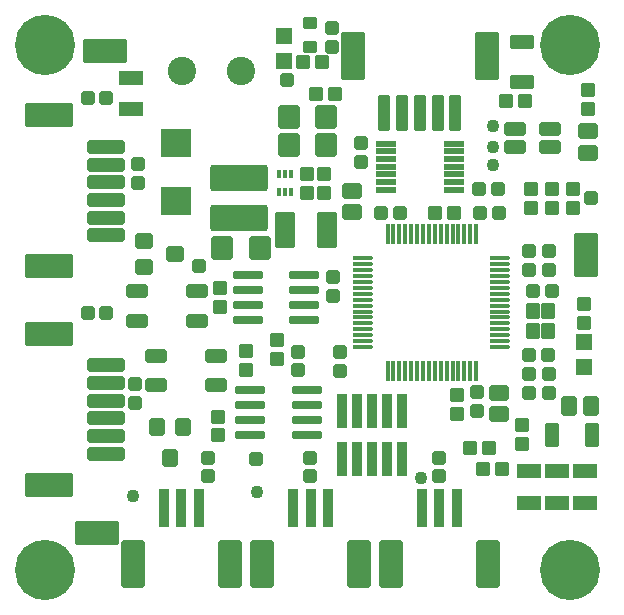
<source format=gts>
G04*
G04 #@! TF.GenerationSoftware,Altium Limited,Altium Designer,20.1.11 (218)*
G04*
G04 Layer_Color=8388736*
%FSLAX25Y25*%
%MOIN*%
G70*
G04*
G04 #@! TF.SameCoordinates,81EA89BC-65BD-4D4C-9507-49DBFBAF49DE*
G04*
G04*
G04 #@! TF.FilePolarity,Negative*
G04*
G01*
G75*
G04:AMPARAMS|DCode=19|XSize=145.73mil|YSize=82.74mil|CornerRadius=7.91mil|HoleSize=0mil|Usage=FLASHONLY|Rotation=180.000|XOffset=0mil|YOffset=0mil|HoleType=Round|Shape=RoundedRectangle|*
%AMROUNDEDRECTD19*
21,1,0.14573,0.06693,0,0,180.0*
21,1,0.12992,0.08274,0,0,180.0*
1,1,0.01581,-0.06496,0.03347*
1,1,0.01581,0.06496,0.03347*
1,1,0.01581,0.06496,-0.03347*
1,1,0.01581,-0.06496,-0.03347*
%
%ADD19ROUNDEDRECTD19*%
G04:AMPARAMS|DCode=20|XSize=53.21mil|YSize=47.31mil|CornerRadius=5.25mil|HoleSize=0mil|Usage=FLASHONLY|Rotation=270.000|XOffset=0mil|YOffset=0mil|HoleType=Round|Shape=RoundedRectangle|*
%AMROUNDEDRECTD20*
21,1,0.05321,0.03681,0,0,270.0*
21,1,0.04272,0.04731,0,0,270.0*
1,1,0.01050,-0.01841,-0.02136*
1,1,0.01050,-0.01841,0.02136*
1,1,0.01050,0.01841,0.02136*
1,1,0.01050,0.01841,-0.02136*
%
%ADD20ROUNDEDRECTD20*%
G04:AMPARAMS|DCode=21|XSize=43.37mil|YSize=43.37mil|CornerRadius=5.94mil|HoleSize=0mil|Usage=FLASHONLY|Rotation=90.000|XOffset=0mil|YOffset=0mil|HoleType=Round|Shape=RoundedRectangle|*
%AMROUNDEDRECTD21*
21,1,0.04337,0.03150,0,0,90.0*
21,1,0.03150,0.04337,0,0,90.0*
1,1,0.01187,0.01575,0.01575*
1,1,0.01187,0.01575,-0.01575*
1,1,0.01187,-0.01575,-0.01575*
1,1,0.01187,-0.01575,0.01575*
%
%ADD21ROUNDEDRECTD21*%
G04:AMPARAMS|DCode=22|XSize=68.96mil|YSize=20.73mil|CornerRadius=4.09mil|HoleSize=0mil|Usage=FLASHONLY|Rotation=180.000|XOffset=0mil|YOffset=0mil|HoleType=Round|Shape=RoundedRectangle|*
%AMROUNDEDRECTD22*
21,1,0.06896,0.01255,0,0,180.0*
21,1,0.06078,0.02073,0,0,180.0*
1,1,0.00818,-0.03039,0.00628*
1,1,0.00818,0.03039,0.00628*
1,1,0.00818,0.03039,-0.00628*
1,1,0.00818,-0.03039,-0.00628*
%
%ADD22ROUNDEDRECTD22*%
G04:AMPARAMS|DCode=23|XSize=39.43mil|YSize=122.11mil|CornerRadius=4.66mil|HoleSize=0mil|Usage=FLASHONLY|Rotation=0.000|XOffset=0mil|YOffset=0mil|HoleType=Round|Shape=RoundedRectangle|*
%AMROUNDEDRECTD23*
21,1,0.03943,0.11280,0,0,0.0*
21,1,0.03012,0.12211,0,0,0.0*
1,1,0.00932,0.01506,-0.05640*
1,1,0.00932,-0.01506,-0.05640*
1,1,0.00932,-0.01506,0.05640*
1,1,0.00932,0.01506,0.05640*
%
%ADD23ROUNDEDRECTD23*%
G04:AMPARAMS|DCode=24|XSize=78.8mil|YSize=161.48mil|CornerRadius=7.61mil|HoleSize=0mil|Usage=FLASHONLY|Rotation=0.000|XOffset=0mil|YOffset=0mil|HoleType=Round|Shape=RoundedRectangle|*
%AMROUNDEDRECTD24*
21,1,0.07880,0.14626,0,0,0.0*
21,1,0.06358,0.16148,0,0,0.0*
1,1,0.01522,0.03179,-0.07313*
1,1,0.01522,-0.03179,-0.07313*
1,1,0.01522,-0.03179,0.07313*
1,1,0.01522,0.03179,0.07313*
%
%ADD24ROUNDEDRECTD24*%
G04:AMPARAMS|DCode=25|XSize=72.9mil|YSize=43.37mil|CornerRadius=5.94mil|HoleSize=0mil|Usage=FLASHONLY|Rotation=180.000|XOffset=0mil|YOffset=0mil|HoleType=Round|Shape=RoundedRectangle|*
%AMROUNDEDRECTD25*
21,1,0.07290,0.03150,0,0,180.0*
21,1,0.06102,0.04337,0,0,180.0*
1,1,0.01187,-0.03051,0.01575*
1,1,0.01187,0.03051,0.01575*
1,1,0.01187,0.03051,-0.01575*
1,1,0.01187,-0.03051,-0.01575*
%
%ADD25ROUNDEDRECTD25*%
G04:AMPARAMS|DCode=26|XSize=47.31mil|YSize=43.37mil|CornerRadius=5.94mil|HoleSize=0mil|Usage=FLASHONLY|Rotation=180.000|XOffset=0mil|YOffset=0mil|HoleType=Round|Shape=RoundedRectangle|*
%AMROUNDEDRECTD26*
21,1,0.04731,0.03150,0,0,180.0*
21,1,0.03543,0.04337,0,0,180.0*
1,1,0.01187,-0.01772,0.01575*
1,1,0.01187,0.01772,0.01575*
1,1,0.01187,0.01772,-0.01575*
1,1,0.01187,-0.01772,-0.01575*
%
%ADD26ROUNDEDRECTD26*%
G04:AMPARAMS|DCode=27|XSize=37.47mil|YSize=46.91mil|CornerRadius=4.51mil|HoleSize=0mil|Usage=FLASHONLY|Rotation=270.000|XOffset=0mil|YOffset=0mil|HoleType=Round|Shape=RoundedRectangle|*
%AMROUNDEDRECTD27*
21,1,0.03747,0.03789,0,0,270.0*
21,1,0.02845,0.04691,0,0,270.0*
1,1,0.00902,-0.01895,-0.01422*
1,1,0.00902,-0.01895,0.01422*
1,1,0.00902,0.01895,0.01422*
1,1,0.00902,0.01895,-0.01422*
%
%ADD27ROUNDEDRECTD27*%
G04:AMPARAMS|DCode=28|XSize=78.8mil|YSize=161.48mil|CornerRadius=7.61mil|HoleSize=0mil|Usage=FLASHONLY|Rotation=90.000|XOffset=0mil|YOffset=0mil|HoleType=Round|Shape=RoundedRectangle|*
%AMROUNDEDRECTD28*
21,1,0.07880,0.14626,0,0,90.0*
21,1,0.06358,0.16148,0,0,90.0*
1,1,0.01522,0.07313,0.03179*
1,1,0.01522,0.07313,-0.03179*
1,1,0.01522,-0.07313,-0.03179*
1,1,0.01522,-0.07313,0.03179*
%
%ADD28ROUNDEDRECTD28*%
G04:AMPARAMS|DCode=29|XSize=43.37mil|YSize=126.05mil|CornerRadius=4.95mil|HoleSize=0mil|Usage=FLASHONLY|Rotation=90.000|XOffset=0mil|YOffset=0mil|HoleType=Round|Shape=RoundedRectangle|*
%AMROUNDEDRECTD29*
21,1,0.04337,0.11614,0,0,90.0*
21,1,0.03347,0.12605,0,0,90.0*
1,1,0.00991,0.05807,0.01673*
1,1,0.00991,0.05807,-0.01673*
1,1,0.00991,-0.05807,-0.01673*
1,1,0.00991,-0.05807,0.01673*
%
%ADD29ROUNDEDRECTD29*%
%ADD30C,0.04337*%
G04:AMPARAMS|DCode=31|XSize=47.31mil|YSize=43.37mil|CornerRadius=4.95mil|HoleSize=0mil|Usage=FLASHONLY|Rotation=180.000|XOffset=0mil|YOffset=0mil|HoleType=Round|Shape=RoundedRectangle|*
%AMROUNDEDRECTD31*
21,1,0.04731,0.03347,0,0,180.0*
21,1,0.03740,0.04337,0,0,180.0*
1,1,0.00991,-0.01870,0.01673*
1,1,0.00991,0.01870,0.01673*
1,1,0.00991,0.01870,-0.01673*
1,1,0.00991,-0.01870,-0.01673*
%
%ADD31ROUNDEDRECTD31*%
G04:AMPARAMS|DCode=32|XSize=47.31mil|YSize=43.37mil|CornerRadius=4.95mil|HoleSize=0mil|Usage=FLASHONLY|Rotation=90.000|XOffset=0mil|YOffset=0mil|HoleType=Round|Shape=RoundedRectangle|*
%AMROUNDEDRECTD32*
21,1,0.04731,0.03347,0,0,90.0*
21,1,0.03740,0.04337,0,0,90.0*
1,1,0.00991,0.01673,0.01870*
1,1,0.00991,0.01673,-0.01870*
1,1,0.00991,-0.01673,-0.01870*
1,1,0.00991,-0.01673,0.01870*
%
%ADD32ROUNDEDRECTD32*%
G04:AMPARAMS|DCode=33|XSize=88.74mil|YSize=193.07mil|CornerRadius=10.07mil|HoleSize=0mil|Usage=FLASHONLY|Rotation=270.000|XOffset=0mil|YOffset=0mil|HoleType=Round|Shape=RoundedRectangle|*
%AMROUNDEDRECTD33*
21,1,0.08874,0.17293,0,0,270.0*
21,1,0.06860,0.19307,0,0,270.0*
1,1,0.02014,-0.08647,-0.03430*
1,1,0.02014,-0.08647,0.03430*
1,1,0.02014,0.08647,0.03430*
1,1,0.02014,0.08647,-0.03430*
%
%ADD33ROUNDEDRECTD33*%
G04:AMPARAMS|DCode=34|XSize=66.99mil|YSize=122.11mil|CornerRadius=6.72mil|HoleSize=0mil|Usage=FLASHONLY|Rotation=180.000|XOffset=0mil|YOffset=0mil|HoleType=Round|Shape=RoundedRectangle|*
%AMROUNDEDRECTD34*
21,1,0.06699,0.10866,0,0,180.0*
21,1,0.05354,0.12211,0,0,180.0*
1,1,0.01345,-0.02677,0.05433*
1,1,0.01345,0.02677,0.05433*
1,1,0.01345,0.02677,-0.05433*
1,1,0.01345,-0.02677,-0.05433*
%
%ADD34ROUNDEDRECTD34*%
G04:AMPARAMS|DCode=35|XSize=47.31mil|YSize=43.37mil|CornerRadius=5.94mil|HoleSize=0mil|Usage=FLASHONLY|Rotation=270.000|XOffset=0mil|YOffset=0mil|HoleType=Round|Shape=RoundedRectangle|*
%AMROUNDEDRECTD35*
21,1,0.04731,0.03150,0,0,270.0*
21,1,0.03543,0.04337,0,0,270.0*
1,1,0.01187,-0.01575,-0.01772*
1,1,0.01187,-0.01575,0.01772*
1,1,0.01187,0.01575,0.01772*
1,1,0.01187,0.01575,-0.01772*
%
%ADD35ROUNDEDRECTD35*%
G04:AMPARAMS|DCode=36|XSize=78.8mil|YSize=72.9mil|CornerRadius=8.89mil|HoleSize=0mil|Usage=FLASHONLY|Rotation=270.000|XOffset=0mil|YOffset=0mil|HoleType=Round|Shape=RoundedRectangle|*
%AMROUNDEDRECTD36*
21,1,0.07880,0.05512,0,0,270.0*
21,1,0.06102,0.07290,0,0,270.0*
1,1,0.01778,-0.02756,-0.03051*
1,1,0.01778,-0.02756,0.03051*
1,1,0.01778,0.02756,0.03051*
1,1,0.01778,0.02756,-0.03051*
%
%ADD36ROUNDEDRECTD36*%
G04:AMPARAMS|DCode=37|XSize=78.74mil|YSize=157.48mil|CornerRadius=7.87mil|HoleSize=0mil|Usage=FLASHONLY|Rotation=0.000|XOffset=0mil|YOffset=0mil|HoleType=Round|Shape=RoundedRectangle|*
%AMROUNDEDRECTD37*
21,1,0.07874,0.14173,0,0,0.0*
21,1,0.06299,0.15748,0,0,0.0*
1,1,0.01575,0.03150,-0.07087*
1,1,0.01575,-0.03150,-0.07087*
1,1,0.01575,-0.03150,0.07087*
1,1,0.01575,0.03150,0.07087*
%
%ADD37ROUNDEDRECTD37*%
G04:AMPARAMS|DCode=38|XSize=35.43mil|YSize=125.98mil|CornerRadius=3.54mil|HoleSize=0mil|Usage=FLASHONLY|Rotation=0.000|XOffset=0mil|YOffset=0mil|HoleType=Round|Shape=RoundedRectangle|*
%AMROUNDEDRECTD38*
21,1,0.03543,0.11890,0,0,0.0*
21,1,0.02835,0.12598,0,0,0.0*
1,1,0.00709,0.01417,-0.05945*
1,1,0.00709,-0.01417,-0.05945*
1,1,0.00709,-0.01417,0.05945*
1,1,0.00709,0.01417,0.05945*
%
%ADD38ROUNDEDRECTD38*%
G04:AMPARAMS|DCode=39|XSize=94.55mil|YSize=102.43mil|CornerRadius=8.79mil|HoleSize=0mil|Usage=FLASHONLY|Rotation=270.000|XOffset=0mil|YOffset=0mil|HoleType=Round|Shape=RoundedRectangle|*
%AMROUNDEDRECTD39*
21,1,0.09455,0.08484,0,0,270.0*
21,1,0.07697,0.10243,0,0,270.0*
1,1,0.01758,-0.04242,-0.03848*
1,1,0.01758,-0.04242,0.03848*
1,1,0.01758,0.04242,0.03848*
1,1,0.01758,0.04242,-0.03848*
%
%ADD39ROUNDEDRECTD39*%
G04:AMPARAMS|DCode=40|XSize=53.21mil|YSize=66.99mil|CornerRadius=6.92mil|HoleSize=0mil|Usage=FLASHONLY|Rotation=90.000|XOffset=0mil|YOffset=0mil|HoleType=Round|Shape=RoundedRectangle|*
%AMROUNDEDRECTD40*
21,1,0.05321,0.05315,0,0,90.0*
21,1,0.03937,0.06699,0,0,90.0*
1,1,0.01384,0.02657,0.01968*
1,1,0.01384,0.02657,-0.01968*
1,1,0.01384,-0.02657,-0.01968*
1,1,0.01384,-0.02657,0.01968*
%
%ADD40ROUNDEDRECTD40*%
G04:AMPARAMS|DCode=41|XSize=53.21mil|YSize=66.99mil|CornerRadius=6.92mil|HoleSize=0mil|Usage=FLASHONLY|Rotation=180.000|XOffset=0mil|YOffset=0mil|HoleType=Round|Shape=RoundedRectangle|*
%AMROUNDEDRECTD41*
21,1,0.05321,0.05315,0,0,180.0*
21,1,0.03937,0.06699,0,0,180.0*
1,1,0.01384,-0.01968,0.02657*
1,1,0.01384,0.01968,0.02657*
1,1,0.01384,0.01968,-0.02657*
1,1,0.01384,-0.01968,-0.02657*
%
%ADD41ROUNDEDRECTD41*%
G04:AMPARAMS|DCode=42|XSize=55.18mil|YSize=55.18mil|CornerRadius=7.12mil|HoleSize=0mil|Usage=FLASHONLY|Rotation=90.000|XOffset=0mil|YOffset=0mil|HoleType=Round|Shape=RoundedRectangle|*
%AMROUNDEDRECTD42*
21,1,0.05518,0.04095,0,0,90.0*
21,1,0.04095,0.05518,0,0,90.0*
1,1,0.01424,0.02047,0.02047*
1,1,0.01424,0.02047,-0.02047*
1,1,0.01424,-0.02047,-0.02047*
1,1,0.01424,-0.02047,0.02047*
%
%ADD42ROUNDEDRECTD42*%
%ADD43O,0.01581X0.06699*%
%ADD44O,0.06699X0.01581*%
G04:AMPARAMS|DCode=45|XSize=28.61mil|YSize=97.5mil|CornerRadius=4.46mil|HoleSize=0mil|Usage=FLASHONLY|Rotation=270.000|XOffset=0mil|YOffset=0mil|HoleType=Round|Shape=RoundedRectangle|*
%AMROUNDEDRECTD45*
21,1,0.02861,0.08858,0,0,270.0*
21,1,0.01968,0.09750,0,0,270.0*
1,1,0.00892,-0.04429,-0.00984*
1,1,0.00892,-0.04429,0.00984*
1,1,0.00892,0.04429,0.00984*
1,1,0.00892,0.04429,-0.00984*
%
%ADD45ROUNDEDRECTD45*%
G04:AMPARAMS|DCode=46|XSize=43.37mil|YSize=82.74mil|CornerRadius=4.95mil|HoleSize=0mil|Usage=FLASHONLY|Rotation=270.000|XOffset=0mil|YOffset=0mil|HoleType=Round|Shape=RoundedRectangle|*
%AMROUNDEDRECTD46*
21,1,0.04337,0.07284,0,0,270.0*
21,1,0.03347,0.08274,0,0,270.0*
1,1,0.00991,-0.03642,-0.01673*
1,1,0.00991,-0.03642,0.01673*
1,1,0.00991,0.03642,0.01673*
1,1,0.00991,0.03642,-0.01673*
%
%ADD46ROUNDEDRECTD46*%
G04:AMPARAMS|DCode=47|XSize=43.37mil|YSize=82.74mil|CornerRadius=4.95mil|HoleSize=0mil|Usage=FLASHONLY|Rotation=180.000|XOffset=0mil|YOffset=0mil|HoleType=Round|Shape=RoundedRectangle|*
%AMROUNDEDRECTD47*
21,1,0.04337,0.07284,0,0,180.0*
21,1,0.03347,0.08274,0,0,180.0*
1,1,0.00991,-0.01673,0.03642*
1,1,0.00991,0.01673,0.03642*
1,1,0.00991,0.01673,-0.03642*
1,1,0.00991,-0.01673,-0.03642*
%
%ADD47ROUNDEDRECTD47*%
G04:AMPARAMS|DCode=48|XSize=51.24mil|YSize=59.12mil|CornerRadius=6.72mil|HoleSize=0mil|Usage=FLASHONLY|Rotation=90.000|XOffset=0mil|YOffset=0mil|HoleType=Round|Shape=RoundedRectangle|*
%AMROUNDEDRECTD48*
21,1,0.05124,0.04567,0,0,90.0*
21,1,0.03780,0.05912,0,0,90.0*
1,1,0.01345,0.02284,0.01890*
1,1,0.01345,0.02284,-0.01890*
1,1,0.01345,-0.02284,-0.01890*
1,1,0.01345,-0.02284,0.01890*
%
%ADD48ROUNDEDRECTD48*%
G04:AMPARAMS|DCode=49|XSize=51.24mil|YSize=59.12mil|CornerRadius=6.72mil|HoleSize=0mil|Usage=FLASHONLY|Rotation=0.000|XOffset=0mil|YOffset=0mil|HoleType=Round|Shape=RoundedRectangle|*
%AMROUNDEDRECTD49*
21,1,0.05124,0.04567,0,0,0.0*
21,1,0.03780,0.05912,0,0,0.0*
1,1,0.01345,0.01890,-0.02284*
1,1,0.01345,-0.01890,-0.02284*
1,1,0.01345,-0.01890,0.02284*
1,1,0.01345,0.01890,0.02284*
%
%ADD49ROUNDEDRECTD49*%
G04:AMPARAMS|DCode=50|XSize=145.73mil|YSize=82.74mil|CornerRadius=7.91mil|HoleSize=0mil|Usage=FLASHONLY|Rotation=270.000|XOffset=0mil|YOffset=0mil|HoleType=Round|Shape=RoundedRectangle|*
%AMROUNDEDRECTD50*
21,1,0.14573,0.06693,0,0,270.0*
21,1,0.12992,0.08274,0,0,270.0*
1,1,0.01581,-0.03347,-0.06496*
1,1,0.01581,-0.03347,0.06496*
1,1,0.01581,0.03347,0.06496*
1,1,0.01581,0.03347,-0.06496*
%
%ADD50ROUNDEDRECTD50*%
%ADD51R,0.08200X0.04700*%
G04:AMPARAMS|DCode=52|XSize=43.37mil|YSize=70.93mil|CornerRadius=5.94mil|HoleSize=0mil|Usage=FLASHONLY|Rotation=90.000|XOffset=0mil|YOffset=0mil|HoleType=Round|Shape=RoundedRectangle|*
%AMROUNDEDRECTD52*
21,1,0.04337,0.05906,0,0,90.0*
21,1,0.03150,0.07093,0,0,90.0*
1,1,0.01187,0.02953,0.01575*
1,1,0.01187,0.02953,-0.01575*
1,1,0.01187,-0.02953,-0.01575*
1,1,0.01187,-0.02953,0.01575*
%
%ADD52ROUNDEDRECTD52*%
%ADD53R,0.03300X0.11400*%
%ADD54R,0.01620X0.02998*%
%ADD55C,0.20079*%
%ADD56C,0.09455*%
D19*
X17300Y12300D02*
D03*
X19850Y173128D02*
D03*
D20*
X162656Y79781D02*
D03*
Y86474D02*
D03*
X167774Y79781D02*
D03*
Y86474D02*
D03*
D21*
X80700Y163400D02*
D03*
X182050Y123928D02*
D03*
X51350Y101328D02*
D03*
X70450Y36928D02*
D03*
D22*
X113651Y126850D02*
D03*
Y129410D02*
D03*
Y131969D02*
D03*
Y134528D02*
D03*
Y137087D02*
D03*
Y139646D02*
D03*
Y142205D02*
D03*
X136249D02*
D03*
Y139646D02*
D03*
Y137087D02*
D03*
Y134528D02*
D03*
Y131969D02*
D03*
Y129410D02*
D03*
Y126850D02*
D03*
D23*
X130861Y152528D02*
D03*
X113145D02*
D03*
X119050D02*
D03*
X136767D02*
D03*
X124955D02*
D03*
D24*
X102810Y171503D02*
D03*
X147298D02*
D03*
D25*
X50689Y92949D02*
D03*
X30611D02*
D03*
Y83106D02*
D03*
X50689D02*
D03*
X56989Y71549D02*
D03*
X36911D02*
D03*
Y61706D02*
D03*
X56989D02*
D03*
D26*
X95550Y180677D02*
D03*
Y174378D02*
D03*
X143950Y59377D02*
D03*
Y53078D02*
D03*
X161450Y65531D02*
D03*
Y59232D02*
D03*
X98450Y72677D02*
D03*
Y66378D02*
D03*
X167950Y65531D02*
D03*
Y59232D02*
D03*
X131450Y31278D02*
D03*
Y37577D02*
D03*
X88450Y31278D02*
D03*
Y37577D02*
D03*
X54350Y31278D02*
D03*
Y37577D02*
D03*
X30950Y135277D02*
D03*
Y128978D02*
D03*
X105450Y136210D02*
D03*
Y142509D02*
D03*
X161450Y100032D02*
D03*
Y106331D02*
D03*
X167950Y100032D02*
D03*
Y106331D02*
D03*
X30050Y61977D02*
D03*
Y55678D02*
D03*
X84250Y72877D02*
D03*
Y66578D02*
D03*
X95950Y97595D02*
D03*
Y91296D02*
D03*
D27*
X88400Y182457D02*
D03*
Y174543D02*
D03*
D28*
X1474Y101282D02*
D03*
Y151676D02*
D03*
Y28476D02*
D03*
Y78870D02*
D03*
D29*
X20450Y123428D02*
D03*
Y135239D02*
D03*
Y117522D02*
D03*
Y111617D02*
D03*
Y129333D02*
D03*
Y141144D02*
D03*
Y50622D02*
D03*
Y62433D02*
D03*
Y44717D02*
D03*
Y38811D02*
D03*
Y56528D02*
D03*
Y68339D02*
D03*
D30*
X149450Y135028D02*
D03*
X29350Y24828D02*
D03*
X149450Y140928D02*
D03*
X125450Y30728D02*
D03*
X70550Y25928D02*
D03*
X149450Y147928D02*
D03*
D31*
X77350Y76628D02*
D03*
Y70328D02*
D03*
X57550Y44928D02*
D03*
Y51228D02*
D03*
X158850Y41978D02*
D03*
Y48277D02*
D03*
X161950Y120728D02*
D03*
Y127028D02*
D03*
X180950Y153728D02*
D03*
Y160028D02*
D03*
X175950Y127028D02*
D03*
Y120728D02*
D03*
X168950D02*
D03*
Y127028D02*
D03*
X92876Y131928D02*
D03*
Y125628D02*
D03*
X87250D02*
D03*
Y131928D02*
D03*
X179750Y88827D02*
D03*
Y82528D02*
D03*
X137350Y52128D02*
D03*
Y58428D02*
D03*
X58450Y87828D02*
D03*
Y94128D02*
D03*
X67150Y66728D02*
D03*
Y73028D02*
D03*
D32*
X159950Y156528D02*
D03*
X153651D02*
D03*
X136450Y119228D02*
D03*
X130151D02*
D03*
X86051Y169428D02*
D03*
X92350D02*
D03*
X96749Y158828D02*
D03*
X90450D02*
D03*
X147950Y40628D02*
D03*
X141651D02*
D03*
X152350Y33728D02*
D03*
X146051D02*
D03*
D33*
X64550Y130720D02*
D03*
Y117335D02*
D03*
D34*
X94137Y113428D02*
D03*
X79963D02*
D03*
D35*
X112100Y119228D02*
D03*
X118400D02*
D03*
X145100D02*
D03*
X151400D02*
D03*
X20500Y157528D02*
D03*
X14200D02*
D03*
X144800Y127028D02*
D03*
X151100D02*
D03*
X20500Y85628D02*
D03*
X14200D02*
D03*
X168900Y92928D02*
D03*
X162600D02*
D03*
X161500Y71828D02*
D03*
X167800D02*
D03*
D36*
X93802Y141628D02*
D03*
X81204D02*
D03*
X59051Y107478D02*
D03*
X71649D02*
D03*
X81204Y150928D02*
D03*
X93802D02*
D03*
D37*
X29308Y2158D02*
D03*
X61592D02*
D03*
X104663D02*
D03*
X72379D02*
D03*
X147592D02*
D03*
X115308D02*
D03*
D38*
X51355Y20662D02*
D03*
X45450D02*
D03*
X39544D02*
D03*
X82615D02*
D03*
X88521D02*
D03*
X94426D02*
D03*
X125545D02*
D03*
X131450D02*
D03*
X137355D02*
D03*
D39*
X43750Y142373D02*
D03*
Y123082D02*
D03*
D40*
X181062Y146251D02*
D03*
Y139204D02*
D03*
X151250Y59051D02*
D03*
Y52004D02*
D03*
X102450Y119323D02*
D03*
Y126370D02*
D03*
D41*
X174826Y54628D02*
D03*
X181874D02*
D03*
D42*
X179750Y67794D02*
D03*
Y76061D02*
D03*
X79750Y178162D02*
D03*
Y169894D02*
D03*
D43*
X143714Y66347D02*
D03*
X141745D02*
D03*
X139777D02*
D03*
X137808D02*
D03*
X135840D02*
D03*
X133871D02*
D03*
X131903D02*
D03*
X129934D02*
D03*
X127966D02*
D03*
X125997D02*
D03*
X124029D02*
D03*
X122060D02*
D03*
X120092D02*
D03*
X118123D02*
D03*
X116155D02*
D03*
X114186D02*
D03*
Y112016D02*
D03*
X116155D02*
D03*
X118123D02*
D03*
X120092D02*
D03*
X122060D02*
D03*
X124029D02*
D03*
X125997D02*
D03*
X127966D02*
D03*
X129934D02*
D03*
X131903D02*
D03*
X133871D02*
D03*
X135840D02*
D03*
X137808D02*
D03*
X139777D02*
D03*
X141745D02*
D03*
X143714D02*
D03*
D44*
X106115Y74417D02*
D03*
Y76386D02*
D03*
Y78354D02*
D03*
Y80323D02*
D03*
Y82291D02*
D03*
Y84260D02*
D03*
Y86228D02*
D03*
Y88197D02*
D03*
Y90165D02*
D03*
Y92134D02*
D03*
Y94102D02*
D03*
Y96071D02*
D03*
Y98039D02*
D03*
Y100008D02*
D03*
Y101976D02*
D03*
Y103945D02*
D03*
X151785D02*
D03*
Y101976D02*
D03*
Y100008D02*
D03*
Y98039D02*
D03*
Y96071D02*
D03*
Y94102D02*
D03*
Y92134D02*
D03*
Y90165D02*
D03*
Y88197D02*
D03*
Y86228D02*
D03*
Y84260D02*
D03*
Y82291D02*
D03*
Y80323D02*
D03*
Y78354D02*
D03*
Y76386D02*
D03*
Y74417D02*
D03*
D45*
X86436Y83528D02*
D03*
Y88528D02*
D03*
Y93528D02*
D03*
Y98528D02*
D03*
X67538Y83528D02*
D03*
Y88528D02*
D03*
Y93528D02*
D03*
Y98528D02*
D03*
X87399Y44928D02*
D03*
Y49928D02*
D03*
Y54928D02*
D03*
Y59928D02*
D03*
X68501Y44928D02*
D03*
Y49928D02*
D03*
Y54928D02*
D03*
Y59928D02*
D03*
D46*
X158950Y176221D02*
D03*
Y162835D02*
D03*
D47*
X182343Y45128D02*
D03*
X168957D02*
D03*
D48*
X43268Y105428D02*
D03*
X33032Y101097D02*
D03*
Y109758D02*
D03*
D49*
X41511Y37409D02*
D03*
X37180Y47646D02*
D03*
X45841D02*
D03*
D50*
X180178Y105028D02*
D03*
D51*
X28650Y164078D02*
D03*
Y153578D02*
D03*
X161250Y22478D02*
D03*
Y32978D02*
D03*
X170650Y22478D02*
D03*
Y32978D02*
D03*
X179850Y22478D02*
D03*
Y32978D02*
D03*
D52*
X168456Y146980D02*
D03*
Y141075D02*
D03*
X156644D02*
D03*
Y146980D02*
D03*
D53*
X118950Y53028D02*
D03*
Y37028D02*
D03*
X113950Y53028D02*
D03*
Y37028D02*
D03*
X108950Y53028D02*
D03*
Y37028D02*
D03*
X103950Y53028D02*
D03*
Y37028D02*
D03*
X98950Y53028D02*
D03*
Y37028D02*
D03*
D54*
X81919Y131921D02*
D03*
X79950D02*
D03*
X77982D02*
D03*
Y126134D02*
D03*
X79950D02*
D03*
X81919D02*
D03*
D55*
X0Y175000D02*
D03*
X175000D02*
D03*
Y0D02*
D03*
X0D02*
D03*
D56*
X65293Y166528D02*
D03*
X45608D02*
D03*
M02*

</source>
